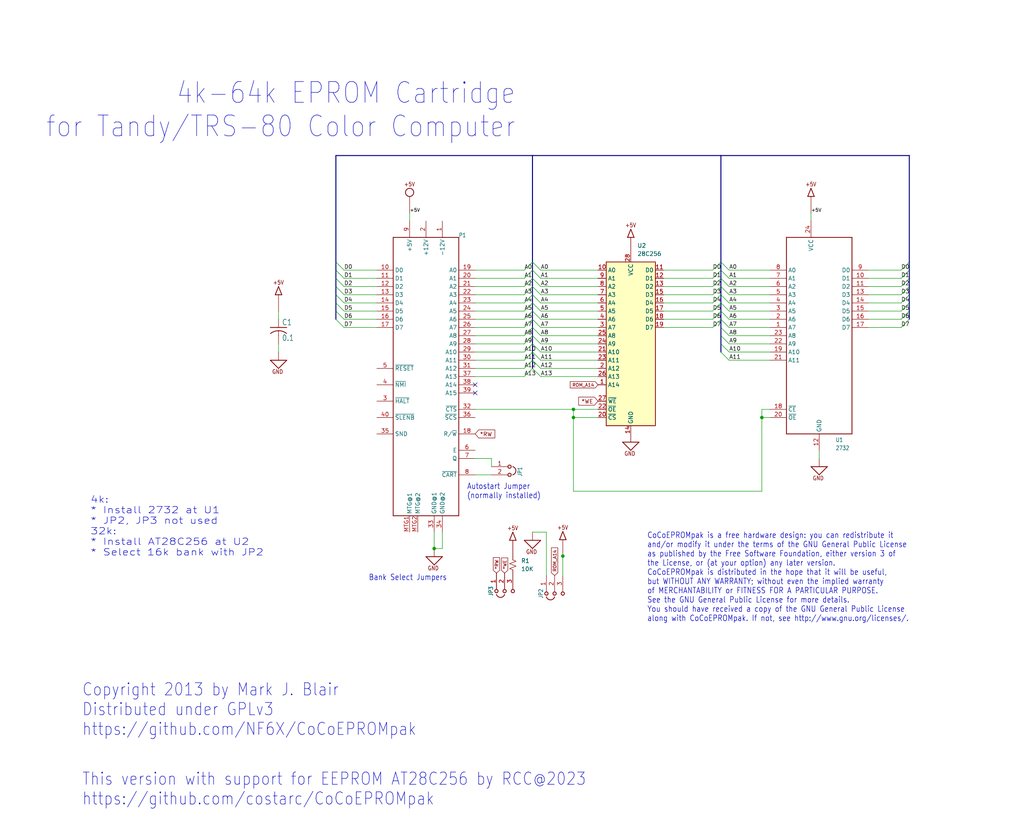
<source format=kicad_sch>
(kicad_sch (version 20211123) (generator eeschema)
  (paper "User" 317.5 254.406)
  (lib_symbols
    (symbol "AT28C256:28C256"
      (property "Reference" "U" (at -7.62 26.67 0))
      (property "Value" "28C256" (at 2.54 -26.67 0))
      (symbol "28C256_1_1"
        (rectangle (start -7.62 25.4) (end 7.62 -25.4) (stroke (width 0.254)) (fill (type background)))
        (pin input line (at -10.16 -12.7 0) (length 2.54) (name "A14") (number "1"))
        (pin input line (at -10.16 22.86 0) (length 2.54) (name "A0") (number "10"))
        (pin tri_state line (at 10.16 22.86 180) (length 2.54) (name "D0") (number "11"))
        (pin tri_state line (at 10.16 20.32 180) (length 2.54) (name "D1") (number "12"))
        (pin tri_state line (at 10.16 17.78 180) (length 2.54) (name "D2") (number "13"))
        (pin power_in line (at 0 -27.94 90) (length 2.54) (name "GND") (number "14"))
        (pin tri_state line (at 10.16 15.24 180) (length 2.54) (name "D3") (number "15"))
        (pin tri_state line (at 10.16 12.7 180) (length 2.54) (name "D4") (number "16"))
        (pin tri_state line (at 10.16 10.16 180) (length 2.54) (name "D5") (number "17"))
        (pin tri_state line (at 10.16 7.62 180) (length 2.54) (name "D6") (number "18"))
        (pin tri_state line (at 10.16 5.08 180) (length 2.54) (name "D7") (number "19"))
        (pin input line (at -10.16 -7.62 0) (length 2.54) (name "A12") (number "2"))
        (pin input line (at -10.16 -22.86 0) (length 2.54) (name "~{CS}") (number "20"))
        (pin input line (at -10.16 -2.54 0) (length 2.54) (name "A10") (number "21"))
        (pin input line (at -10.16 -20.32 0) (length 2.54) (name "~{OE}") (number "22"))
        (pin input line (at -10.16 -5.08 0) (length 2.54) (name "A11") (number "23"))
        (pin input line (at -10.16 0 0) (length 2.54) (name "A9") (number "24"))
        (pin input line (at -10.16 2.54 0) (length 2.54) (name "A8") (number "25"))
        (pin input line (at -10.16 -10.16 0) (length 2.54) (name "A13") (number "26"))
        (pin input line (at -10.16 -17.78 0) (length 2.54) (name "~{WE}") (number "27"))
        (pin power_in line (at 0 27.94 270) (length 2.54) (name "VCC") (number "28"))
        (pin input line (at -10.16 5.08 0) (length 2.54) (name "A7") (number "3"))
        (pin input line (at -10.16 7.62 0) (length 2.54) (name "A6") (number "4"))
        (pin input line (at -10.16 10.16 0) (length 2.54) (name "A5") (number "5"))
        (pin input line (at -10.16 12.7 0) (length 2.54) (name "A4") (number "6"))
        (pin input line (at -10.16 15.24 0) (length 2.54) (name "A3") (number "7"))
        (pin input line (at -10.16 17.78 0) (length 2.54) (name "A2") (number "8"))
        (pin input line (at -10.16 20.32 0) (length 2.54) (name "A1") (number "9"))
      )
    )
    (symbol "CoCoEPROMpak-eagle-import:+5V_ARROW" (power)
      (symbol "+5V_ARROW_1_0"
        (polyline (pts (xy -1.016 0) (xy 1.016 0)) (stroke (width 0.254)))
        (polyline (pts (xy 0 2.54) (xy -1.016 0)) (stroke (width 0.254)))
        (polyline (pts (xy 1.016 0) (xy 0 2.54)) (stroke (width 0.254)))
        (text "+5V" (at -1.778 3.048 0) (effects (font (size 1.27 1.0795)) (justify left bottom)))
        (pin power_in line (at 0 -5.08 90) (length 5.08) (name "+5V") (number "1"))
      )
    )
    (symbol "CoCoEPROMpak-eagle-import:+5V_CIRCLE" (power)
      (symbol "+5V_CIRCLE_1_0"
        (circle (center 0 1.27) (radius 1.27) (stroke (width 0.254)))
        (text "+5V" (at -1.778 3.048 0) (effects (font (size 1.27 1.0795)) (justify left bottom)))
        (pin power_in line (at 0 -5.08 90) (length 5.08) (name "+5V") (number "1"))
      )
    )
    (symbol "CoCoEPROMpak-eagle-import:2732"
      (property "Reference" "U" (at 5.08 -33.02 0))
      (property "Value" "2732" (at 5.08 -35.56 0))
      (symbol "2732_1_0"
        (polyline (pts (xy -10.16 -30.48) (xy 10.16 -30.48)) (stroke (width 0.254)))
        (polyline (pts (xy -10.16 30.48) (xy -10.16 -30.48)) (stroke (width 0.254)))
        (polyline (pts (xy 10.16 -30.48) (xy 10.16 30.48)) (stroke (width 0.254)))
        (polyline (pts (xy 10.16 30.48) (xy -10.16 30.48)) (stroke (width 0.254)))
        (pin input line (at -15.24 2.54 0) (length 5.08) (name "A7") (number "1"))
        (pin output line (at 15.24 17.78 180) (length 5.08) (name "D1") (number "10"))
        (pin output line (at 15.24 15.24 180) (length 5.08) (name "D2") (number "11"))
        (pin passive line (at 0 -35.56 90) (length 5.08) (name "GND") (number "12"))
        (pin output line (at 15.24 12.7 180) (length 5.08) (name "D3") (number "13"))
        (pin output line (at 15.24 10.16 180) (length 5.08) (name "D4") (number "14"))
        (pin output line (at 15.24 7.62 180) (length 5.08) (name "D5") (number "15"))
        (pin output line (at 15.24 5.08 180) (length 5.08) (name "D6") (number "16"))
        (pin output line (at 15.24 2.54 180) (length 5.08) (name "D7") (number "17"))
        (pin input line (at -15.24 -22.86 0) (length 5.08) (name "~{CE}") (number "18"))
        (pin input line (at -15.24 -5.08 0) (length 5.08) (name "A10") (number "19"))
        (pin input line (at -15.24 5.08 0) (length 5.08) (name "A6") (number "2"))
        (pin input line (at -15.24 -25.4 0) (length 5.08) (name "~{OE}") (number "20"))
        (pin input line (at -15.24 -7.62 0) (length 5.08) (name "A11") (number "21"))
        (pin input line (at -15.24 -2.54 0) (length 5.08) (name "A9") (number "22"))
        (pin input line (at -15.24 0 0) (length 5.08) (name "A8") (number "23"))
        (pin passive line (at -2.54 35.56 270) (length 5.08) (name "VCC") (number "24"))
        (pin input line (at -15.24 7.62 0) (length 5.08) (name "A5") (number "3"))
        (pin input line (at -15.24 10.16 0) (length 5.08) (name "A4") (number "4"))
        (pin input line (at -15.24 12.7 0) (length 5.08) (name "A3") (number "5"))
        (pin input line (at -15.24 15.24 0) (length 5.08) (name "A2") (number "6"))
        (pin input line (at -15.24 17.78 0) (length 5.08) (name "A1") (number "7"))
        (pin input line (at -15.24 20.32 0) (length 5.08) (name "A0") (number "8"))
        (pin output line (at 15.24 20.32 180) (length 5.08) (name "D0") (number "9"))
      )
    )
    (symbol "CoCoEPROMpak-eagle-import:C-US050-025X075"
      (property "Reference" "C" (at 1.016 0.635 0))
      (property "Value" "C-US050-025X075" (at 1.016 -4.191 0))
      (symbol "C-US050-025X075_1_0"
        (arc (start 0 -1.0161) (mid -1.302 -1.2303) (end -2.4668 -1.8504) (stroke (width 0.254)))
        (polyline (pts (xy -2.54 0) (xy 2.54 0)) (stroke (width 0.254)))
        (polyline (pts (xy 0 -1.016) (xy 0 -2.54)) (stroke (width 0.1524)))
        (arc (start 2.4892 -1.8542) (mid 1.3158 -1.2195) (end 0 -1) (stroke (width 0.254)))
        (pin passive line (at 0 2.54 270) (length 2.54) (name "1") (number "1"))
        (pin passive line (at 0 -5.08 90) (length 2.54) (name "2") (number "2"))
      )
    )
    (symbol "CoCoEPROMpak-eagle-import:COCO-CART"
      (property "Reference" "P" (at 10.16 40.64 0))
      (symbol "COCO-CART_1_0"
        (polyline (pts (xy -10.16 -45.72) (xy -10.16 40.64)) (stroke (width 0.254)))
        (polyline (pts (xy -10.16 40.64) (xy 10.16 40.64)) (stroke (width 0.254)))
        (polyline (pts (xy 10.16 -45.72) (xy -10.16 -45.72)) (stroke (width 0.254)))
        (polyline (pts (xy 10.16 40.64) (xy 10.16 -45.72)) (stroke (width 0.254)))
        (pin passive line (at 5.08 45.72 270) (length 5.08) (name "-12V") (number "1"))
        (pin bidirectional line (at -15.24 30.48 0) (length 5.08) (name "D0") (number "10"))
        (pin bidirectional line (at -15.24 27.94 0) (length 5.08) (name "D1") (number "11"))
        (pin bidirectional line (at -15.24 25.4 0) (length 5.08) (name "D2") (number "12"))
        (pin bidirectional line (at -15.24 22.86 0) (length 5.08) (name "D3") (number "13"))
        (pin bidirectional line (at -15.24 20.32 0) (length 5.08) (name "D4") (number "14"))
        (pin bidirectional line (at -15.24 17.78 0) (length 5.08) (name "D5") (number "15"))
        (pin bidirectional line (at -15.24 15.24 0) (length 5.08) (name "D6") (number "16"))
        (pin bidirectional line (at -15.24 12.7 0) (length 5.08) (name "D7") (number "17"))
        (pin output line (at 15.24 -20.32 180) (length 5.08) (name "R/~{W}") (number "18"))
        (pin output line (at 15.24 30.48 180) (length 5.08) (name "A0") (number "19"))
        (pin passive line (at 0 45.72 270) (length 5.08) (name "+12V") (number "2"))
        (pin output line (at 15.24 27.94 180) (length 5.08) (name "A1") (number "20"))
        (pin output line (at 15.24 25.4 180) (length 5.08) (name "A2") (number "21"))
        (pin output line (at 15.24 22.86 180) (length 5.08) (name "A3") (number "22"))
        (pin output line (at 15.24 20.32 180) (length 5.08) (name "A4") (number "23"))
        (pin output line (at 15.24 17.78 180) (length 5.08) (name "A5") (number "24"))
        (pin output line (at 15.24 15.24 180) (length 5.08) (name "A6") (number "25"))
        (pin output line (at 15.24 12.7 180) (length 5.08) (name "A7") (number "26"))
        (pin output line (at 15.24 10.16 180) (length 5.08) (name "A8") (number "27"))
        (pin output line (at 15.24 7.62 180) (length 5.08) (name "A9") (number "28"))
        (pin output line (at 15.24 5.08 180) (length 5.08) (name "A10") (number "29"))
        (pin bidirectional line (at -15.24 -10.16 0) (length 5.08) (name "~{HALT}") (number "3"))
        (pin output line (at 15.24 2.54 180) (length 5.08) (name "A11") (number "30"))
        (pin output line (at 15.24 0 180) (length 5.08) (name "A12") (number "31"))
        (pin output line (at 15.24 -12.7 180) (length 5.08) (name "~{CTS}") (number "32"))
        (pin passive line (at 2.54 -50.8 90) (length 5.08) (name "GND@1") (number "33"))
        (pin passive line (at 5.08 -50.8 90) (length 5.08) (name "GND@2") (number "34"))
        (pin bidirectional line (at -15.24 -20.32 0) (length 5.08) (name "SND") (number "35"))
        (pin output line (at 15.24 -15.24 180) (length 5.08) (name "~{SCS}") (number "36"))
        (pin output line (at 15.24 -2.54 180) (length 5.08) (name "A13") (number "37"))
        (pin output line (at 15.24 -5.08 180) (length 5.08) (name "A14") (number "38"))
        (pin output line (at 15.24 -7.62 180) (length 5.08) (name "A15") (number "39"))
        (pin bidirectional line (at -15.24 -5.08 0) (length 5.08) (name "~{NMI}") (number "4"))
        (pin input line (at -15.24 -15.24 0) (length 5.08) (name "~{SLENB}") (number "40"))
        (pin bidirectional line (at -15.24 0 0) (length 5.08) (name "~{RESET}") (number "5"))
        (pin output line (at 15.24 -25.4 180) (length 5.08) (name "E") (number "6"))
        (pin output line (at 15.24 -27.94 180) (length 5.08) (name "Q") (number "7"))
        (pin input line (at 15.24 -33.02 180) (length 5.08) (name "~{CART}") (number "8"))
        (pin passive line (at -5.08 45.72 270) (length 5.08) (name "+5V") (number "9"))
        (pin passive line (at -5.08 -50.8 90) (length 5.08) (name "MTG@1") (number "MTG1"))
        (pin passive line (at -2.54 -50.8 90) (length 5.08) (name "MTG@2") (number "MTG2"))
      )
    )
    (symbol "CoCoEPROMpak-eagle-import:GND" (power)
      (symbol "GND_1_0"
        (polyline (pts (xy -2.54 0) (xy 2.54 0)) (stroke (width 0.254)))
        (polyline (pts (xy 0 -2.54) (xy -2.54 0)) (stroke (width 0.254)))
        (polyline (pts (xy 2.54 0) (xy 0 -2.54)) (stroke (width 0.254)))
        (text "GND" (at -2.032 -4.318 0) (effects (font (size 1.27 1.0795)) (justify left bottom)))
        (pin power_in line (at 0 2.54 270) (length 2.54) (name "GND") (number "1"))
      )
    )
    (symbol "CoCoEPROMpak-eagle-import:JP2"
      (property "Reference" "JP" (at 0 3.048 0))
      (symbol "JP2_1_0"
        (circle (center 0 0.508) (radius 0.508) (stroke (width 0.254)))
        (circle (center 2.54 0.508) (radius 0.508) (stroke (width 0.254)))
        (arc (start 2.54 1.524) (mid 1.27 2.4689) (end 0 1.524) (stroke (width 0.254)))
        (pin passive line (at 0 -5.08 90) (length 5.08) (name "1") (number "1"))
        (pin passive line (at 2.54 -5.08 90) (length 5.08) (name "2") (number "2"))
      )
    )
    (symbol "CoCoEPROMpak-eagle-import:JP3"
      (property "Reference" "JP" (at 0 3.048 0))
      (symbol "JP3_1_0"
        (circle (center 0 0.508) (radius 0.508) (stroke (width 0.254)))
        (circle (center 2.54 0.508) (radius 0.508) (stroke (width 0.254)))
        (arc (start 2.54 1.524) (mid 1.27 2.4689) (end 0 1.524) (stroke (width 0.254)))
        (circle (center 5.08 0.508) (radius 0.508) (stroke (width 0.254)))
        (pin passive line (at 0 -5.08 90) (length 5.08) (name "1") (number "1"))
        (pin passive line (at 2.54 -5.08 90) (length 5.08) (name "2") (number "2"))
        (pin passive line (at 5.08 -5.08 90) (length 5.08) (name "3") (number "3"))
      )
    )
    (symbol "Device:R_Small_US" (pin_numbers hide) (pin_names (offset 0.254) hide)
      (property "Reference" "R" (at 0.762 0.508 0))
      (property "Value" "R_Small_US" (at 0.762 -1.016 0))
      (symbol "R_Small_US_1_1"
        (polyline (pts (xy 0 0) (xy 1.016 -0.381) (xy 0 -0.762) (xy -1.016 -1.143) (xy 0 -1.524)))
        (polyline (pts (xy 0 1.524) (xy 1.016 1.143) (xy 0 0.762) (xy -1.016 0.381) (xy 0 0)))
        (pin passive line (at 0 2.54 270) (length 1.016) (name "~") (number "1"))
        (pin passive line (at 0 -2.54 90) (length 1.016) (name "~") (number "2"))
      )
    )
  )
  (junction (at 134.62 170.18))
  (junction (at 236.22 129.54))
  (junction (at 177.8 127))
  (junction (at 177.8 129.54))
  (junction (at 174.5093 172.5308))
  (no_connect (at 147.32 119.38))
  (no_connect (at 147.32 121.92))
  (bus_entry (at 167.64 116.84) (size -2.54 -2.54))
  (bus_entry (at 106.68 99.06) (size -2.54 -2.54))
  (bus_entry (at 162.56 88.9) (size 2.54 -2.54))
  (bus_entry (at 226.06 86.36) (size -2.54 -2.54))
  (bus_entry (at 106.68 88.9) (size -2.54 -2.54))
  (bus_entry (at 162.56 91.44) (size 2.54 -2.54))
  (bus_entry (at 106.68 93.98) (size -2.54 -2.54))
  (bus_entry (at 220.98 86.36) (size 2.54 -2.54))
  (bus_entry (at 162.56 104.14) (size 2.54 -2.54))
  (bus_entry (at 226.06 83.82) (size -2.54 -2.54))
  (bus_entry (at 279.4 93.98) (size 2.54 -2.54))
  (bus_entry (at 226.06 111.76) (size -2.54 -2.54))
  (bus_entry (at 167.64 109.22) (size -2.54 -2.54))
  (bus_entry (at 226.06 109.22) (size -2.54 -2.54))
  (bus_entry (at 220.98 101.6) (size 2.54 -2.54))
  (bus_entry (at 279.4 101.6) (size 2.54 -2.54))
  (bus_entry (at 162.56 109.22) (size 2.54 -2.54))
  (bus_entry (at 167.64 93.98) (size -2.54 -2.54))
  (bus_entry (at 167.64 99.06) (size -2.54 -2.54))
  (bus_entry (at 106.68 83.82) (size -2.54 -2.54))
  (bus_entry (at 220.98 99.06) (size 2.54 -2.54))
  (bus_entry (at 167.64 83.82) (size -2.54 -2.54))
  (bus_entry (at 167.64 86.36) (size -2.54 -2.54))
  (bus_entry (at 279.4 88.9) (size 2.54 -2.54))
  (bus_entry (at 106.68 101.6) (size -2.54 -2.54))
  (bus_entry (at 162.56 106.68) (size 2.54 -2.54))
  (bus_entry (at 226.06 88.9) (size -2.54 -2.54))
  (bus_entry (at 162.56 96.52) (size 2.54 -2.54))
  (bus_entry (at 220.98 88.9) (size 2.54 -2.54))
  (bus_entry (at 162.56 83.82) (size 2.54 -2.54))
  (bus_entry (at 162.56 99.06) (size 2.54 -2.54))
  (bus_entry (at 279.4 91.44) (size 2.54 -2.54))
  (bus_entry (at 162.56 93.98) (size 2.54 -2.54))
  (bus_entry (at 167.64 111.76) (size -2.54 -2.54))
  (bus_entry (at 226.06 99.06) (size -2.54 -2.54))
  (bus_entry (at 226.06 93.98) (size -2.54 -2.54))
  (bus_entry (at 162.56 86.36) (size 2.54 -2.54))
  (bus_entry (at 226.06 106.68) (size -2.54 -2.54))
  (bus_entry (at 167.64 106.68) (size -2.54 -2.54))
  (bus_entry (at 220.98 93.98) (size 2.54 -2.54))
  (bus_entry (at 279.4 83.82) (size 2.54 -2.54))
  (bus_entry (at 220.98 96.52) (size 2.54 -2.54))
  (bus_entry (at 167.64 101.6) (size -2.54 -2.54))
  (bus_entry (at 167.64 91.44) (size -2.54 -2.54))
  (bus_entry (at 279.4 96.52) (size 2.54 -2.54))
  (bus_entry (at 220.98 91.44) (size 2.54 -2.54))
  (bus_entry (at 162.56 114.3) (size 2.54 -2.54))
  (bus_entry (at 162.56 116.84) (size 2.54 -2.54))
  (bus_entry (at 279.4 86.36) (size 2.54 -2.54))
  (bus_entry (at 106.68 86.36) (size -2.54 -2.54))
  (bus_entry (at 106.68 91.44) (size -2.54 -2.54))
  (bus_entry (at 226.06 104.14) (size -2.54 -2.54))
  (bus_entry (at 226.06 101.6) (size -2.54 -2.54))
  (bus_entry (at 220.98 83.82) (size 2.54 -2.54))
  (bus_entry (at 162.56 111.76) (size 2.54 -2.54))
  (bus_entry (at 226.06 96.52) (size -2.54 -2.54))
  (bus_entry (at 167.64 88.9) (size -2.54 -2.54))
  (bus_entry (at 167.64 104.14) (size -2.54 -2.54))
  (bus_entry (at 167.64 114.3) (size -2.54 -2.54))
  (bus_entry (at 226.06 91.44) (size -2.54 -2.54))
  (bus_entry (at 162.56 101.6) (size 2.54 -2.54))
  (bus_entry (at 106.68 96.52) (size -2.54 -2.54))
  (bus_entry (at 279.4 99.06) (size 2.54 -2.54))
  (bus_entry (at 167.64 96.52) (size -2.54 -2.54))
  (wire (pts (xy 147.32 116.84) (xy 162.56 116.84)))
  (wire (pts (xy 167.64 101.6) (xy 185.42 101.6)))
  (wire (pts (xy 147.32 88.9) (xy 162.56 88.9)))
  (bus (pts (xy 165.1 86.36) (xy 165.1 88.9)))
  (bus (pts (xy 223.52 106.68) (xy 223.52 109.22)))
  (bus (pts (xy 104.14 93.98) (xy 104.14 91.44)))
  (wire (pts (xy 116.84 86.36) (xy 106.68 86.36)))
  (bus (pts (xy 104.14 48.26) (xy 165.1 48.26)))
  (wire (pts (xy 238.76 88.9) (xy 226.06 88.9)))
  (bus (pts (xy 223.52 104.14) (xy 223.52 106.68)))
  (wire (pts (xy 238.76 109.22) (xy 226.06 109.22)))
  (bus (pts (xy 223.52 81.28) (xy 223.52 83.82)))
  (wire (pts (xy 167.64 104.14) (xy 185.42 104.14)))
  (bus (pts (xy 104.14 91.44) (xy 104.14 88.9)))
  (wire (pts (xy 167.64 106.68) (xy 185.42 106.68)))
  (wire (pts (xy 147.32 111.76) (xy 162.56 111.76)))
  (wire (pts (xy 167.64 114.3) (xy 185.42 114.3)))
  (wire (pts (xy 116.84 96.52) (xy 106.68 96.52)))
  (wire (pts (xy 205.74 96.52) (xy 220.98 96.52)))
  (wire (pts (xy 205.74 93.98) (xy 220.98 93.98)))
  (bus (pts (xy 165.1 48.26) (xy 223.52 48.26)))
  (wire (pts (xy 116.84 99.06) (xy 106.68 99.06)))
  (wire (pts (xy 116.84 93.98) (xy 106.68 93.98)))
  (bus (pts (xy 281.94 91.44) (xy 281.94 93.98)))
  (bus (pts (xy 281.94 86.36) (xy 281.94 88.9)))
  (wire (pts (xy 269.24 88.9) (xy 279.4 88.9)))
  (wire (pts (xy 167.64 96.52) (xy 185.42 96.52)))
  (wire (pts (xy 236.22 152.4) (xy 236.22 129.54)))
  (bus (pts (xy 223.52 91.44) (xy 223.52 93.98)))
  (wire (pts (xy 177.8 129.54) (xy 177.8 152.4)))
  (wire (pts (xy 238.76 93.98) (xy 226.06 93.98)))
  (wire (pts (xy 205.74 99.06) (xy 220.98 99.06)))
  (bus (pts (xy 281.94 48.26) (xy 281.94 81.28)))
  (bus (pts (xy 281.94 96.52) (xy 281.94 99.06)))
  (wire (pts (xy 238.76 86.36) (xy 226.06 86.36)))
  (wire (pts (xy 147.32 142.24) (xy 152.4 142.24)))
  (wire (pts (xy 134.62 170.18) (xy 137.16 170.18)))
  (wire (pts (xy 147.32 83.82) (xy 162.56 83.82)))
  (bus (pts (xy 223.52 48.26) (xy 223.52 81.28)))
  (bus (pts (xy 104.14 83.82) (xy 104.14 81.28)))
  (wire (pts (xy 147.32 93.98) (xy 162.56 93.98)))
  (bus (pts (xy 281.94 93.98) (xy 281.94 96.52)))
  (bus (pts (xy 223.52 48.26) (xy 281.94 48.26)))
  (wire (pts (xy 238.76 101.6) (xy 226.06 101.6)))
  (wire (pts (xy 167.64 86.36) (xy 185.42 86.36)))
  (wire (pts (xy 238.76 106.68) (xy 226.06 106.68)))
  (wire (pts (xy 147.32 96.52) (xy 162.56 96.52)))
  (wire (pts (xy 254 139.7) (xy 254 142.24)))
  (wire (pts (xy 86.36 96.52) (xy 86.36 99.06)))
  (bus (pts (xy 104.14 88.9) (xy 104.14 86.36)))
  (wire (pts (xy 269.24 96.52) (xy 279.4 96.52)))
  (wire (pts (xy 269.24 91.44) (xy 279.4 91.44)))
  (wire (pts (xy 177.8 152.4) (xy 236.22 152.4)))
  (wire (pts (xy 269.24 83.82) (xy 279.4 83.82)))
  (wire (pts (xy 205.74 91.44) (xy 220.98 91.44)))
  (bus (pts (xy 165.1 91.44) (xy 165.1 93.98)))
  (wire (pts (xy 167.64 88.9) (xy 185.42 88.9)))
  (bus (pts (xy 165.1 88.9) (xy 165.1 91.44)))
  (wire (pts (xy 147.32 106.68) (xy 162.56 106.68)))
  (wire (pts (xy 147.32 127) (xy 177.8 127)))
  (bus (pts (xy 223.52 86.36) (xy 223.52 88.9)))
  (bus (pts (xy 223.52 96.52) (xy 223.52 99.06)))
  (wire (pts (xy 167.64 93.98) (xy 185.42 93.98)))
  (wire (pts (xy 205.74 101.6) (xy 220.98 101.6)))
  (wire (pts (xy 238.76 99.06) (xy 226.06 99.06)))
  (bus (pts (xy 165.1 111.76) (xy 165.1 114.3)))
  (wire (pts (xy 236.22 127) (xy 238.76 127)))
  (bus (pts (xy 223.52 101.6) (xy 223.52 104.14)))
  (bus (pts (xy 104.14 96.52) (xy 104.14 93.98)))
  (bus (pts (xy 281.94 83.82) (xy 281.94 86.36)))
  (wire (pts (xy 116.84 83.82) (xy 106.68 83.82)))
  (wire (pts (xy 269.24 86.36) (xy 279.4 86.36)))
  (bus (pts (xy 165.1 93.98) (xy 165.1 96.52)))
  (bus (pts (xy 223.52 93.98) (xy 223.52 96.52)))
  (wire (pts (xy 147.32 91.44) (xy 162.56 91.44)))
  (wire (pts (xy 147.32 99.06) (xy 162.56 99.06)))
  (bus (pts (xy 223.52 83.82) (xy 223.52 86.36)))
  (wire (pts (xy 177.8 127) (xy 185.42 127)))
  (bus (pts (xy 223.52 88.9) (xy 223.52 91.44)))
  (wire (pts (xy 238.76 83.82) (xy 226.06 83.82)))
  (wire (pts (xy 269.24 99.06) (xy 279.4 99.06)))
  (wire (pts (xy 269.24 101.6) (xy 279.4 101.6)))
  (wire (pts (xy 147.32 86.36) (xy 162.56 86.36)))
  (bus (pts (xy 165.1 81.28) (xy 165.1 83.82)))
  (wire (pts (xy 251.46 66.04) (xy 251.46 68.58)))
  (wire (pts (xy 236.22 129.54) (xy 236.22 127)))
  (bus (pts (xy 165.1 104.14) (xy 165.1 106.68)))
  (wire (pts (xy 147.32 109.22) (xy 162.56 109.22)))
  (bus (pts (xy 281.94 81.28) (xy 281.94 83.82)))
  (wire (pts (xy 238.76 111.76) (xy 226.06 111.76)))
  (wire (pts (xy 86.36 109.22) (xy 86.36 106.68)))
  (wire (pts (xy 174.498 178.562) (xy 174.498 172.5308)))
  (bus (pts (xy 165.1 101.6) (xy 165.1 104.14)))
  (bus (pts (xy 104.14 81.28) (xy 104.14 48.26)))
  (bus (pts (xy 104.14 86.36) (xy 104.14 83.82)))
  (bus (pts (xy 223.52 99.06) (xy 223.52 101.6)))
  (wire (pts (xy 147.32 114.3) (xy 162.56 114.3)))
  (wire (pts (xy 205.74 86.36) (xy 220.98 86.36)))
  (wire (pts (xy 269.24 93.98) (xy 279.4 93.98)))
  (wire (pts (xy 147.32 104.14) (xy 162.56 104.14)))
  (wire (pts (xy 167.64 99.06) (xy 185.42 99.06)))
  (wire (pts (xy 238.76 129.54) (xy 236.22 129.54)))
  (wire (pts (xy 167.64 91.44) (xy 185.42 91.44)))
  (wire (pts (xy 167.64 111.76) (xy 185.42 111.76)))
  (bus (pts (xy 104.14 99.06) (xy 104.14 96.52)))
  (wire (pts (xy 177.8 129.54) (xy 177.8 127)))
  (bus (pts (xy 165.1 48.26) (xy 165.1 81.28)))
  (wire (pts (xy 116.84 101.6) (xy 106.68 101.6)))
  (bus (pts (xy 165.1 96.52) (xy 165.1 99.06)))
  (wire (pts (xy 116.84 88.9) (xy 106.68 88.9)))
  (wire (pts (xy 177.8 129.54) (xy 185.42 129.54)))
  (wire (pts (xy 205.74 83.82) (xy 220.98 83.82)))
  (wire (pts (xy 116.84 91.44) (xy 106.68 91.44)))
  (wire (pts (xy 174.498 172.5308) (xy 174.5093 172.5308)))
  (wire (pts (xy 167.64 116.84) (xy 185.42 116.84)))
  (wire (pts (xy 127 66.04) (xy 127 68.58)))
  (wire (pts (xy 167.64 109.22) (xy 185.42 109.22)))
  (wire (pts (xy 238.76 104.14) (xy 226.06 104.14)))
  (bus (pts (xy 165.1 109.22) (xy 165.1 111.76)))
  (wire (pts (xy 147.32 101.6) (xy 162.56 101.6)))
  (bus (pts (xy 165.1 83.82) (xy 165.1 86.36)))
  (wire (pts (xy 147.32 147.32) (xy 152.4 147.32)))
  (bus (pts (xy 281.94 88.9) (xy 281.94 91.44)))
  (bus (pts (xy 165.1 106.68) (xy 165.1 109.22)))
  (wire (pts (xy 137.16 170.18) (xy 137.16 165.1)))
  (wire (pts (xy 238.76 96.52) (xy 226.06 96.52)))
  (wire (pts (xy 134.62 165.1) (xy 134.62 170.18)))
  (wire (pts (xy 205.74 88.9) (xy 220.98 88.9)))
  (wire (pts (xy 238.76 91.44) (xy 226.06 91.44)))
  (wire (pts (xy 152.4 142.24) (xy 152.4 144.78)))
  (wire (pts (xy 165.1 165.1) (xy 169.418 165.1)))
  (wire (pts (xy 169.418 165.1) (xy 169.418 178.562)))
  (wire (pts (xy 167.64 83.82) (xy 185.42 83.82)))
  (bus (pts (xy 165.1 99.06) (xy 165.1 101.6)))
  (text "4k-64k EPROM Cartridge\nfor Tandy/TRS-80 Color Computer" (at 160.02 43.18 0) (effects (font (size 6.4516 5.4838)) (justify right bottom)))
  (text "This version with support for EEPROM AT28C256 by RCC@2023\nhttps://github.com/costarc/CoCoEPROMpak" (at 25.4 250.19 0) (effects (font (size 3.81 3.2385)) (justify left bottom)))
  (text "4k:\n* Install 2732 at U1\n* JP2, JP3 not used\n32k:\n* Install AT28C256 at U2\n* Select 16k bank with JP2" (at 27.94 172.72 0) (effects (font (size 2.032 2.54)) (justify left bottom)))
  (text "Bank Select Jumpers" (at 114.3 180.34 180) (effects (font (size 1.778 1.5113)) (justify left bottom)))
  (text "CoCoEPROMpak is a free hardware design: you can redistribute it\nand/or modify it under the terms of the GNU General Public License\nas published by the Free Software Foundation, either version 3 of\nthe License, or (at your option) any later version.\nCoCoEPROMpak is distributed in the hope that it will be useful,\nbut WITHOUT ANY WARRANTY; without even the implied warranty\nof MERCHANTABILITY or FITNESS FOR A PARTICULAR PURPOSE.\nSee the GNU General Public License for more details.\nYou should have received a copy of the GNU General Public License\nalong with CoCoEPROMpak. If not, see http://www.gnu.org/licenses/." (at 200.66 193.04 0) (effects (font (size 1.778 1.5113)) (justify left bottom)))
  (text "Autostart Jumper\n(normally installed)" (at 144.78 154.94 180) (effects (font (size 1.778 1.5113)) (justify left bottom)))
  (text "Copyright 2013 by Mark J. Blair\nDistributed under GPLv3\nhttps://github.com/NF6X/CoCoEPROMpak" (at 25.4 228.6 0) (effects (font (size 3.81 3.2385)) (justify left bottom)))
  (label "D5" (at 106.68 96.52 0) (effects (font (size 1.2446 1.2446))))
  (label "A8" (at 162.56 104.14 0) (effects (font (size 1.2446 1.2446))))
  (label "A1" (at 162.56 86.36 0) (effects (font (size 1.2446 1.2446))))
  (label "A0" (at 226.06 83.82 0) (effects (font (size 1.2446 1.2446))))
  (label "D1" (at 279.4 86.36 0) (effects (font (size 1.2446 1.2446))))
  (label "A11" (at 226.06 111.76 0) (effects (font (size 1.2446 1.2446))))
  (label "D4" (at 106.68 93.98 0) (effects (font (size 1.2446 1.2446))))
  (label "A6" (at 226.06 99.06 0) (effects (font (size 1.2446 1.2446))))
  (label "D3" (at 279.4 91.44 0) (effects (font (size 1.2446 1.2446))))
  (label "A9" (at 167.64 106.68 0) (effects (font (size 1.2446 1.2446))))
  (label "D7" (at 279.4 101.6 0) (effects (font (size 1.2446 1.2446))))
  (label "D5" (at 220.98 96.52 0) (effects (font (size 1.2446 1.2446))))
  (label "A2" (at 167.64 88.9 0) (effects (font (size 1.2446 1.2446))))
  (label "D1" (at 106.68 86.36 0) (effects (font (size 1.2446 1.2446))))
  (label "A4" (at 226.06 93.98 0) (effects (font (size 1.2446 1.2446))))
  (label "A6" (at 162.56 99.06 0) (effects (font (size 1.2446 1.2446))))
  (label "A7" (at 167.64 101.6 0) (effects (font (size 1.2446 1.2446))))
  (label "A7" (at 226.06 101.6 0) (effects (font (size 1.2446 1.2446))))
  (label "A4" (at 162.56 93.98 0) (effects (font (size 1.2446 1.2446))))
  (label "D0" (at 279.4 83.82 0) (effects (font (size 1.2446 1.2446))))
  (label "A7" (at 162.56 101.6 0) (effects (font (size 1.2446 1.2446))))
  (label "D3" (at 106.68 91.44 0) (effects (font (size 1.2446 1.2446))))
  (label "D0" (at 106.68 83.82 0) (effects (font (size 1.2446 1.2446))))
  (label "D3" (at 220.98 91.44 0) (effects (font (size 1.2446 1.2446))))
  (label "A2" (at 226.06 88.9 0) (effects (font (size 1.2446 1.2446))))
  (label "A10" (at 167.64 109.22 0) (effects (font (size 1.2446 1.2446))))
  (label "A11" (at 162.56 111.76 0) (effects (font (size 1.2446 1.2446))))
  (label "+5V" (at 127 66.04 0) (effects (font (size 1.016 1.016))))
  (label "D2" (at 220.98 88.9 0) (effects (font (size 1.2446 1.2446))))
  (label "D1" (at 220.98 86.36 0) (effects (font (size 1.2446 1.2446))))
  (label "A4" (at 167.64 93.98 0) (effects (font (size 1.2446 1.2446))))
  (label "A12" (at 167.64 114.3 0) (effects (font (size 1.2446 1.2446))))
  (label "A1" (at 226.06 86.36 0) (effects (font (size 1.2446 1.2446))))
  (label "A5" (at 167.64 96.52 0) (effects (font (size 1.2446 1.2446))))
  (label "A5" (at 162.56 96.52 0) (effects (font (size 1.2446 1.2446))))
  (label "D5" (at 279.4 96.52 0) (effects (font (size 1.2446 1.2446))))
  (label "A3" (at 162.56 91.44 0) (effects (font (size 1.2446 1.2446))))
  (label "A9" (at 162.56 106.68 0) (effects (font (size 1.2446 1.2446))))
  (label "A13" (at 167.64 116.84 0) (effects (font (size 1.2446 1.2446))))
  (label "A8" (at 226.06 104.14 0) (effects (font (size 1.2446 1.2446))))
  (label "A6" (at 167.64 99.06 0) (effects (font (size 1.2446 1.2446))))
  (label "A10" (at 162.56 109.22 0) (effects (font (size 1.2446 1.2446))))
  (label "D6" (at 220.98 99.06 0) (effects (font (size 1.2446 1.2446))))
  (label "A11" (at 167.64 111.76 0) (effects (font (size 1.2446 1.2446))))
  (label "D4" (at 279.4 93.98 0) (effects (font (size 1.2446 1.2446))))
  (label "A3" (at 167.64 91.44 0) (effects (font (size 1.2446 1.2446))))
  (label "A1" (at 167.64 86.36 0) (effects (font (size 1.2446 1.2446))))
  (label "D4" (at 220.98 93.98 0) (effects (font (size 1.2446 1.2446))))
  (label "D6" (at 106.68 99.06 0) (effects (font (size 1.2446 1.2446))))
  (label "A12" (at 162.56 114.3 0) (effects (font (size 1.2446 1.2446))))
  (label "A8" (at 167.64 104.14 0) (effects (font (size 1.2446 1.2446))))
  (label "D7" (at 106.68 101.6 0) (effects (font (size 1.2446 1.2446))))
  (label "A0" (at 167.64 83.82 0) (effects (font (size 1.2446 1.2446))))
  (label "A9" (at 226.06 106.68 0) (effects (font (size 1.2446 1.2446))))
  (label "A2" (at 162.56 88.9 0) (effects (font (size 1.2446 1.2446))))
  (label "A10" (at 226.06 109.22 0) (effects (font (size 1.2446 1.2446))))
  (label "A3" (at 226.06 91.44 0) (effects (font (size 1.2446 1.2446))))
  (label "D2" (at 106.68 88.9 0) (effects (font (size 1.2446 1.2446))))
  (label "+5V" (at 251.46 66.04 0) (effects (font (size 1.016 1.016))))
  (label "D7" (at 220.98 101.6 0) (effects (font (size 1.2446 1.2446))))
  (label "D2" (at 279.4 88.9 0) (effects (font (size 1.2446 1.2446))))
  (label "D6" (at 279.4 99.06 0) (effects (font (size 1.2446 1.2446))))
  (label "A13" (at 162.56 116.84 0) (effects (font (size 1.2446 1.2446))))
  (label "A5" (at 226.06 96.52 0) (effects (font (size 1.2446 1.2446))))
  (label "A0" (at 162.56 83.82 0) (effects (font (size 1.2446 1.2446))))
  (label "D0" (at 220.98 83.82 0) (effects (font (size 1.2446 1.2446))))
  (global_label "*WE" (shape input) (at 156.464 177.8 90) (effects (font (size 1 1))) (property "Intersheet References" "${INTERSHEET_REFS}" (effects hide)))
  (global_label "*RW" (shape input) (at 153.924 177.8 90) (effects (font (size 1 1))) (property "Intersheet References" "${INTERSHEET_REFS}" (effects hide)))
  (global_label "ROM_A14" (shape input) (at 185.42 119.38 180) (effects (font (size 1 1))) (property "Intersheet References" "${INTERSHEET_REFS}" (effects hide)))
  (global_label "*RW" (shape input) (at 147.32 134.62 0) (property "Intersheet References" "${INTERSHEET_REFS}" (effects hide)))
  (global_label "*WE" (shape input) (at 185.42 124.46 180) (property "Intersheet References" "${INTERSHEET_REFS}" (effects hide)))
  (global_label "ROM_A14" (shape input) (at 171.958 178.562 90) (effects (font (size 1 1))) (property "Intersheet References" "${INTERSHEET_REFS}" (effects hide)))
  (symbol (lib_id "CoCoEPROMpak-eagle-import:+5V_ARROW") (at 86.36 91.44 0) (unit 1)
    (property "Reference" "#U$07" (effects hide))
    (property "Value" "+5V_ARROW" (effects hide))
    (property "Footprint" "CoCoEPROMpak:" (effects hide))
  )
  (symbol (lib_id "CoCoEPROMpak-eagle-import:GND") (at 254 144.78 0) (unit 1)
    (property "Reference" "#U$04" (effects hide))
    (property "Value" "GND" (effects hide))
    (property "Footprint" "CoCoEPROMpak:" (effects hide))
  )
  (symbol (lib_id "CoCoEPROMpak-eagle-import:2732") (at 254 104.14 0) (unit 1)
    (property "Reference" "U1" (at 259.08 137.16 0) (effects (font (size 1.27 1.0795)) (justify left bottom)))
    (property "Value" "2732" (at 259.08 139.7 0) (effects (font (size 1.27 1.0795)) (justify left bottom)))
    (property "Footprint" "CoCoEPROMpak:DIL24" (effects hide))
  )
  (symbol (lib_id "CoCoEPROMpak-eagle-import:GND") (at 86.36 111.76 0) (unit 1)
    (property "Reference" "#U$08" (effects hide))
    (property "Value" "GND" (effects hide))
    (property "Footprint" "CoCoEPROMpak:" (effects hide))
  )
  (symbol (lib_id "CoCoEPROMpak-eagle-import:COCO-CART") (at 132.08 114.3 0) (unit 1)
    (property "Reference" "P1" (at 142.24 73.66 0) (effects (font (size 1.27 1.0795)) (justify left bottom)))
    (property "Value" "COCO-CART" (effects hide))
    (property "Footprint" "Roni Footprints:COCO-CART-2.1X1.75" (effects hide))
  )
  (symbol (lib_id "CoCoEPROMpak-eagle-import:+5V_ARROW") (at 251.46 60.96 0) (unit 1)
    (property "Reference" "#U$05" (effects hide))
    (property "Value" "+5V_ARROW" (effects hide))
    (property "Footprint" "CoCoEPROMpak:" (effects hide))
  )
  (symbol (lib_id "CoCoEPROMpak-eagle-import:+5V_ARROW") (at 174.5093 167.4508 0) (unit 1)
    (property "Reference" "#U$0101" (effects hide))
    (property "Value" "+5V_ARROW" (effects hide))
    (property "Footprint" "CoCoEPROMpak:" (effects hide))
  )
  (symbol (lib_id "CoCoEPROMpak-eagle-import:+5V_ARROW") (at 195.58 73.66 0) (unit 1)
    (property "Reference" "#U$01" (effects hide))
    (property "Value" "+5V_ARROW" (effects hide))
    (property "Footprint" "CoCoEPROMpak:" (effects hide))
  )
  (symbol (lib_id "CoCoEPROMpak-eagle-import:GND") (at 134.62 172.72 0) (unit 1)
    (property "Reference" "#U$03" (effects hide))
    (property "Value" "GND" (effects hide))
    (property "Footprint" "CoCoEPROMpak:" (effects hide))
  )
  (symbol (lib_id "AT28C256:28C256") (at 195.58 106.68 0) (unit 1)
    (property "Reference" "U2" (at 197.5994 76.2 0) (effects (justify left)))
    (property "Value" "28C256" (at 197.5994 78.74 0) (effects (justify left)))
    (property "Footprint" "Package_DIP:DIP-28_W15.24mm" (effects hide))
  )
  (symbol (lib_id "CoCoEPROMpak-eagle-import:GND") (at 195.58 137.16 0) (unit 1)
    (property "Reference" "#U$06" (effects hide))
    (property "Value" "GND" (effects hide))
    (property "Footprint" "CoCoEPROMpak:" (effects hide))
  )
  (symbol (lib_id "CoCoEPROMpak-eagle-import:GND") (at 165.1 167.64 0) (unit 1)
    (property "Reference" "#U$0102" (effects hide))
    (property "Value" "GND" (effects hide))
    (property "Footprint" "CoCoEPROMpak:" (effects hide))
  )
  (symbol (lib_id "CoCoEPROMpak-eagle-import:C-US050-025X075") (at 86.36 101.6 0) (unit 1)
    (property "Reference" "C1" (at 87.376 100.965 0) (effects (font (size 1.778 1.5113)) (justify left bottom)))
    (property "Value" "0.1" (at 87.376 105.791 0) (effects (font (size 1.778 1.5113)) (justify left bottom)))
    (property "Footprint" "CoCoEPROMpak:C050-025X075" (effects hide))
  )
  (symbol (lib_id "CoCoEPROMpak-eagle-import:+5V_ARROW") (at 159.004 167.64 0) (unit 1)
    (property "Reference" "#U$09" (effects hide))
    (property "Value" "+5V_ARROW" (effects hide))
    (property "Footprint" "CoCoEPROMpak:" (effects hide))
  )
  (symbol (lib_id "CoCoEPROMpak-eagle-import:+5V_CIRCLE") (at 127 60.96 0) (unit 1)
    (property "Reference" "#U$02" (effects hide))
    (property "Value" "+5V_CIRCLE" (effects hide))
    (property "Footprint" "CoCoEPROMpak:" (effects hide))
  )
  (symbol (lib_id "CoCoEPROMpak-eagle-import:JP3") (at 153.924 182.88 0) (mirror x) (unit 1)
    (property "Reference" "JP3" (at 152.908 181.864 90) (effects (font (size 1.27 1.0795)) (justify left bottom)))
    (property "Value" "JP3" (effects hide))
    (property "Footprint" "CoCoEPROMpak:JP3-100MIL" (effects hide))
  )
  (symbol (lib_id "CoCoEPROMpak-eagle-import:JP3") (at 169.418 183.642 0) (mirror x) (unit 1)
    (property "Reference" "JP2" (at 168.402 182.626 90) (effects (font (size 1.27 1.0795)) (justify left bottom)))
    (property "Value" "JP3" (effects hide))
    (property "Footprint" "CoCoEPROMpak:JP3-100MIL" (effects hide))
  )
  (symbol (lib_id "CoCoEPROMpak-eagle-import:JP2") (at 157.48 144.78 270) (unit 1)
    (property "Reference" "JP1" (at 160.528 144.78 0) (effects (font (size 1.27 1.0795)) (justify left bottom)))
    (property "Value" "JP2" (effects hide))
    (property "Footprint" "CoCoEPROMpak:JP2-100MIL" (effects hide))
  )
  (symbol (lib_id "Device:R_Small_US") (at 159.004 175.26 0) (unit 1)
    (property "Reference" "R1" (at 161.544 173.9899 0) (effects (justify left)))
    (property "Value" "10K" (at 161.544 176.5299 0) (effects (justify left)))
    (property "Footprint" "Resistor_THT:R_Axial_DIN0207_L6.3mm_D2.5mm_P7.62mm_Horizontal" (effects hide))
  )
)
</source>
